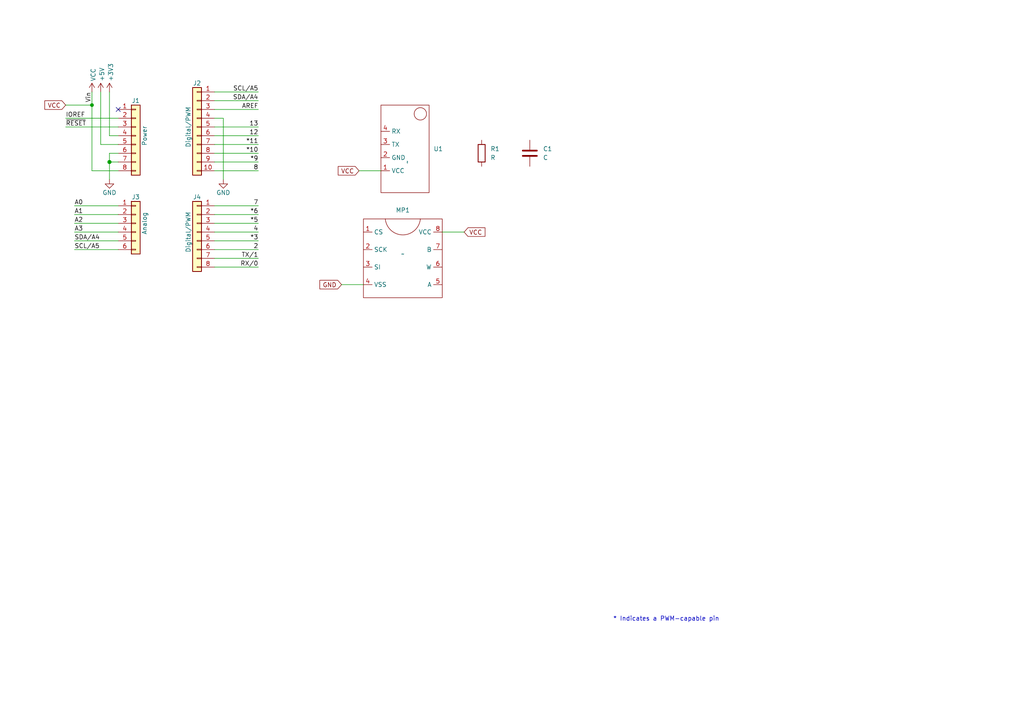
<source format=kicad_sch>
(kicad_sch (version 20230121) (generator eeschema)

  (uuid e63e39d7-6ac0-4ffd-8aa3-1841a4541b55)

  (paper "A4")

  (title_block
    (date "mar. 31 mars 2015")
  )

  (lib_symbols
    (symbol "Chulo:Bluetooth" (in_bom yes) (on_board yes)
      (property "Reference" "U" (at 3.81 -1.27 0)
        (effects (font (size 1.27 1.27)))
      )
      (property "Value" "" (at 0 0 0)
        (effects (font (size 1.27 1.27)))
      )
      (property "Footprint" "" (at 0 0 0)
        (effects (font (size 1.27 1.27)) hide)
      )
      (property "Datasheet" "" (at 0 0 0)
        (effects (font (size 1.27 1.27)) hide)
      )
      (symbol "Bluetooth_0_1"
        (rectangle (start -8.89 7.62) (end 16.51 -6.35)
          (stroke (width 0) (type default))
          (fill (type none))
        )
        (circle (center 13.97 -3.81) (radius 1.7961)
          (stroke (width 0) (type default))
          (fill (type none))
        )
      )
      (symbol "Bluetooth_1_1"
        (pin passive line (at -2.54 7.62 270) (length 2.54)
          (name "VCC" (effects (font (size 1.27 1.27))))
          (number "1" (effects (font (size 1.27 1.27))))
        )
        (pin passive line (at 1.27 7.62 270) (length 2.54)
          (name "GND" (effects (font (size 1.27 1.27))))
          (number "2" (effects (font (size 1.27 1.27))))
        )
        (pin passive line (at 5.08 7.62 270) (length 2.54)
          (name "TX" (effects (font (size 1.27 1.27))))
          (number "3" (effects (font (size 1.27 1.27))))
        )
        (pin passive line (at 8.89 7.62 270) (length 2.54)
          (name "RX" (effects (font (size 1.27 1.27))))
          (number "4" (effects (font (size 1.27 1.27))))
        )
      )
    )
    (symbol "Chulo:MPC41050" (in_bom yes) (on_board yes)
      (property "Reference" "MP" (at 0 0 0)
        (effects (font (size 1.27 1.27)))
      )
      (property "Value" "" (at 0 0 0)
        (effects (font (size 1.27 1.27)))
      )
      (property "Footprint" "" (at 0 0 0)
        (effects (font (size 1.27 1.27)) hide)
      )
      (property "Datasheet" "" (at 0 0 0)
        (effects (font (size 1.27 1.27)) hide)
      )
      (symbol "MPC41050_0_1"
        (rectangle (start -11.43 10.16) (end 11.43 -12.7)
          (stroke (width 0) (type default))
          (fill (type none))
        )
        (arc (start -5.08 10.16) (mid 0 5.5332) (end 5.08 10.16)
          (stroke (width 0) (type default))
          (fill (type none))
        )
      )
      (symbol "MPC41050_1_1"
        (pin passive line (at -11.43 6.35 0) (length 2.54)
          (name "CS" (effects (font (size 1.27 1.27))))
          (number "1" (effects (font (size 1.27 1.27))))
        )
        (pin passive line (at -11.43 1.27 0) (length 2.54)
          (name "SCK" (effects (font (size 1.27 1.27))))
          (number "2" (effects (font (size 1.27 1.27))))
        )
        (pin passive line (at -11.43 -3.81 0) (length 2.54)
          (name "SI" (effects (font (size 1.27 1.27))))
          (number "3" (effects (font (size 1.27 1.27))))
        )
        (pin passive line (at -11.43 -8.89 0) (length 2.54)
          (name "VSS" (effects (font (size 1.27 1.27))))
          (number "4" (effects (font (size 1.27 1.27))))
        )
        (pin passive line (at 11.43 -8.89 180) (length 2.54)
          (name "A" (effects (font (size 1.27 1.27))))
          (number "5" (effects (font (size 1.27 1.27))))
        )
        (pin passive line (at 11.43 -3.81 180) (length 2.54)
          (name "W" (effects (font (size 1.27 1.27))))
          (number "6" (effects (font (size 1.27 1.27))))
        )
        (pin passive line (at 11.43 1.27 180) (length 2.54)
          (name "B" (effects (font (size 1.27 1.27))))
          (number "7" (effects (font (size 1.27 1.27))))
        )
        (pin passive line (at 11.43 6.35 180) (length 2.54)
          (name "VCC" (effects (font (size 1.27 1.27))))
          (number "8" (effects (font (size 1.27 1.27))))
        )
      )
    )
    (symbol "Connector_Generic:Conn_01x06" (pin_names (offset 1.016) hide) (in_bom yes) (on_board yes)
      (property "Reference" "J" (at 0 7.62 0)
        (effects (font (size 1.27 1.27)))
      )
      (property "Value" "Conn_01x06" (at 0 -10.16 0)
        (effects (font (size 1.27 1.27)))
      )
      (property "Footprint" "" (at 0 0 0)
        (effects (font (size 1.27 1.27)) hide)
      )
      (property "Datasheet" "~" (at 0 0 0)
        (effects (font (size 1.27 1.27)) hide)
      )
      (property "ki_keywords" "connector" (at 0 0 0)
        (effects (font (size 1.27 1.27)) hide)
      )
      (property "ki_description" "Generic connector, single row, 01x06, script generated (kicad-library-utils/schlib/autogen/connector/)" (at 0 0 0)
        (effects (font (size 1.27 1.27)) hide)
      )
      (property "ki_fp_filters" "Connector*:*_1x??_*" (at 0 0 0)
        (effects (font (size 1.27 1.27)) hide)
      )
      (symbol "Conn_01x06_1_1"
        (rectangle (start -1.27 -7.493) (end 0 -7.747)
          (stroke (width 0.1524) (type default))
          (fill (type none))
        )
        (rectangle (start -1.27 -4.953) (end 0 -5.207)
          (stroke (width 0.1524) (type default))
          (fill (type none))
        )
        (rectangle (start -1.27 -2.413) (end 0 -2.667)
          (stroke (width 0.1524) (type default))
          (fill (type none))
        )
        (rectangle (start -1.27 0.127) (end 0 -0.127)
          (stroke (width 0.1524) (type default))
          (fill (type none))
        )
        (rectangle (start -1.27 2.667) (end 0 2.413)
          (stroke (width 0.1524) (type default))
          (fill (type none))
        )
        (rectangle (start -1.27 5.207) (end 0 4.953)
          (stroke (width 0.1524) (type default))
          (fill (type none))
        )
        (rectangle (start -1.27 6.35) (end 1.27 -8.89)
          (stroke (width 0.254) (type default))
          (fill (type background))
        )
        (pin passive line (at -5.08 5.08 0) (length 3.81)
          (name "Pin_1" (effects (font (size 1.27 1.27))))
          (number "1" (effects (font (size 1.27 1.27))))
        )
        (pin passive line (at -5.08 2.54 0) (length 3.81)
          (name "Pin_2" (effects (font (size 1.27 1.27))))
          (number "2" (effects (font (size 1.27 1.27))))
        )
        (pin passive line (at -5.08 0 0) (length 3.81)
          (name "Pin_3" (effects (font (size 1.27 1.27))))
          (number "3" (effects (font (size 1.27 1.27))))
        )
        (pin passive line (at -5.08 -2.54 0) (length 3.81)
          (name "Pin_4" (effects (font (size 1.27 1.27))))
          (number "4" (effects (font (size 1.27 1.27))))
        )
        (pin passive line (at -5.08 -5.08 0) (length 3.81)
          (name "Pin_5" (effects (font (size 1.27 1.27))))
          (number "5" (effects (font (size 1.27 1.27))))
        )
        (pin passive line (at -5.08 -7.62 0) (length 3.81)
          (name "Pin_6" (effects (font (size 1.27 1.27))))
          (number "6" (effects (font (size 1.27 1.27))))
        )
      )
    )
    (symbol "Connector_Generic:Conn_01x08" (pin_names (offset 1.016) hide) (in_bom yes) (on_board yes)
      (property "Reference" "J" (at 0 10.16 0)
        (effects (font (size 1.27 1.27)))
      )
      (property "Value" "Conn_01x08" (at 0 -12.7 0)
        (effects (font (size 1.27 1.27)))
      )
      (property "Footprint" "" (at 0 0 0)
        (effects (font (size 1.27 1.27)) hide)
      )
      (property "Datasheet" "~" (at 0 0 0)
        (effects (font (size 1.27 1.27)) hide)
      )
      (property "ki_keywords" "connector" (at 0 0 0)
        (effects (font (size 1.27 1.27)) hide)
      )
      (property "ki_description" "Generic connector, single row, 01x08, script generated (kicad-library-utils/schlib/autogen/connector/)" (at 0 0 0)
        (effects (font (size 1.27 1.27)) hide)
      )
      (property "ki_fp_filters" "Connector*:*_1x??_*" (at 0 0 0)
        (effects (font (size 1.27 1.27)) hide)
      )
      (symbol "Conn_01x08_1_1"
        (rectangle (start -1.27 -10.033) (end 0 -10.287)
          (stroke (width 0.1524) (type default))
          (fill (type none))
        )
        (rectangle (start -1.27 -7.493) (end 0 -7.747)
          (stroke (width 0.1524) (type default))
          (fill (type none))
        )
        (rectangle (start -1.27 -4.953) (end 0 -5.207)
          (stroke (width 0.1524) (type default))
          (fill (type none))
        )
        (rectangle (start -1.27 -2.413) (end 0 -2.667)
          (stroke (width 0.1524) (type default))
          (fill (type none))
        )
        (rectangle (start -1.27 0.127) (end 0 -0.127)
          (stroke (width 0.1524) (type default))
          (fill (type none))
        )
        (rectangle (start -1.27 2.667) (end 0 2.413)
          (stroke (width 0.1524) (type default))
          (fill (type none))
        )
        (rectangle (start -1.27 5.207) (end 0 4.953)
          (stroke (width 0.1524) (type default))
          (fill (type none))
        )
        (rectangle (start -1.27 7.747) (end 0 7.493)
          (stroke (width 0.1524) (type default))
          (fill (type none))
        )
        (rectangle (start -1.27 8.89) (end 1.27 -11.43)
          (stroke (width 0.254) (type default))
          (fill (type background))
        )
        (pin passive line (at -5.08 7.62 0) (length 3.81)
          (name "Pin_1" (effects (font (size 1.27 1.27))))
          (number "1" (effects (font (size 1.27 1.27))))
        )
        (pin passive line (at -5.08 5.08 0) (length 3.81)
          (name "Pin_2" (effects (font (size 1.27 1.27))))
          (number "2" (effects (font (size 1.27 1.27))))
        )
        (pin passive line (at -5.08 2.54 0) (length 3.81)
          (name "Pin_3" (effects (font (size 1.27 1.27))))
          (number "3" (effects (font (size 1.27 1.27))))
        )
        (pin passive line (at -5.08 0 0) (length 3.81)
          (name "Pin_4" (effects (font (size 1.27 1.27))))
          (number "4" (effects (font (size 1.27 1.27))))
        )
        (pin passive line (at -5.08 -2.54 0) (length 3.81)
          (name "Pin_5" (effects (font (size 1.27 1.27))))
          (number "5" (effects (font (size 1.27 1.27))))
        )
        (pin passive line (at -5.08 -5.08 0) (length 3.81)
          (name "Pin_6" (effects (font (size 1.27 1.27))))
          (number "6" (effects (font (size 1.27 1.27))))
        )
        (pin passive line (at -5.08 -7.62 0) (length 3.81)
          (name "Pin_7" (effects (font (size 1.27 1.27))))
          (number "7" (effects (font (size 1.27 1.27))))
        )
        (pin passive line (at -5.08 -10.16 0) (length 3.81)
          (name "Pin_8" (effects (font (size 1.27 1.27))))
          (number "8" (effects (font (size 1.27 1.27))))
        )
      )
    )
    (symbol "Connector_Generic:Conn_01x10" (pin_names (offset 1.016) hide) (in_bom yes) (on_board yes)
      (property "Reference" "J" (at 0 12.7 0)
        (effects (font (size 1.27 1.27)))
      )
      (property "Value" "Conn_01x10" (at 0 -15.24 0)
        (effects (font (size 1.27 1.27)))
      )
      (property "Footprint" "" (at 0 0 0)
        (effects (font (size 1.27 1.27)) hide)
      )
      (property "Datasheet" "~" (at 0 0 0)
        (effects (font (size 1.27 1.27)) hide)
      )
      (property "ki_keywords" "connector" (at 0 0 0)
        (effects (font (size 1.27 1.27)) hide)
      )
      (property "ki_description" "Generic connector, single row, 01x10, script generated (kicad-library-utils/schlib/autogen/connector/)" (at 0 0 0)
        (effects (font (size 1.27 1.27)) hide)
      )
      (property "ki_fp_filters" "Connector*:*_1x??_*" (at 0 0 0)
        (effects (font (size 1.27 1.27)) hide)
      )
      (symbol "Conn_01x10_1_1"
        (rectangle (start -1.27 -12.573) (end 0 -12.827)
          (stroke (width 0.1524) (type default))
          (fill (type none))
        )
        (rectangle (start -1.27 -10.033) (end 0 -10.287)
          (stroke (width 0.1524) (type default))
          (fill (type none))
        )
        (rectangle (start -1.27 -7.493) (end 0 -7.747)
          (stroke (width 0.1524) (type default))
          (fill (type none))
        )
        (rectangle (start -1.27 -4.953) (end 0 -5.207)
          (stroke (width 0.1524) (type default))
          (fill (type none))
        )
        (rectangle (start -1.27 -2.413) (end 0 -2.667)
          (stroke (width 0.1524) (type default))
          (fill (type none))
        )
        (rectangle (start -1.27 0.127) (end 0 -0.127)
          (stroke (width 0.1524) (type default))
          (fill (type none))
        )
        (rectangle (start -1.27 2.667) (end 0 2.413)
          (stroke (width 0.1524) (type default))
          (fill (type none))
        )
        (rectangle (start -1.27 5.207) (end 0 4.953)
          (stroke (width 0.1524) (type default))
          (fill (type none))
        )
        (rectangle (start -1.27 7.747) (end 0 7.493)
          (stroke (width 0.1524) (type default))
          (fill (type none))
        )
        (rectangle (start -1.27 10.287) (end 0 10.033)
          (stroke (width 0.1524) (type default))
          (fill (type none))
        )
        (rectangle (start -1.27 11.43) (end 1.27 -13.97)
          (stroke (width 0.254) (type default))
          (fill (type background))
        )
        (pin passive line (at -5.08 10.16 0) (length 3.81)
          (name "Pin_1" (effects (font (size 1.27 1.27))))
          (number "1" (effects (font (size 1.27 1.27))))
        )
        (pin passive line (at -5.08 -12.7 0) (length 3.81)
          (name "Pin_10" (effects (font (size 1.27 1.27))))
          (number "10" (effects (font (size 1.27 1.27))))
        )
        (pin passive line (at -5.08 7.62 0) (length 3.81)
          (name "Pin_2" (effects (font (size 1.27 1.27))))
          (number "2" (effects (font (size 1.27 1.27))))
        )
        (pin passive line (at -5.08 5.08 0) (length 3.81)
          (name "Pin_3" (effects (font (size 1.27 1.27))))
          (number "3" (effects (font (size 1.27 1.27))))
        )
        (pin passive line (at -5.08 2.54 0) (length 3.81)
          (name "Pin_4" (effects (font (size 1.27 1.27))))
          (number "4" (effects (font (size 1.27 1.27))))
        )
        (pin passive line (at -5.08 0 0) (length 3.81)
          (name "Pin_5" (effects (font (size 1.27 1.27))))
          (number "5" (effects (font (size 1.27 1.27))))
        )
        (pin passive line (at -5.08 -2.54 0) (length 3.81)
          (name "Pin_6" (effects (font (size 1.27 1.27))))
          (number "6" (effects (font (size 1.27 1.27))))
        )
        (pin passive line (at -5.08 -5.08 0) (length 3.81)
          (name "Pin_7" (effects (font (size 1.27 1.27))))
          (number "7" (effects (font (size 1.27 1.27))))
        )
        (pin passive line (at -5.08 -7.62 0) (length 3.81)
          (name "Pin_8" (effects (font (size 1.27 1.27))))
          (number "8" (effects (font (size 1.27 1.27))))
        )
        (pin passive line (at -5.08 -10.16 0) (length 3.81)
          (name "Pin_9" (effects (font (size 1.27 1.27))))
          (number "9" (effects (font (size 1.27 1.27))))
        )
      )
    )
    (symbol "Device:C" (pin_numbers hide) (pin_names (offset 0.254)) (in_bom yes) (on_board yes)
      (property "Reference" "C" (at 0.635 2.54 0)
        (effects (font (size 1.27 1.27)) (justify left))
      )
      (property "Value" "C" (at 0.635 -2.54 0)
        (effects (font (size 1.27 1.27)) (justify left))
      )
      (property "Footprint" "" (at 0.9652 -3.81 0)
        (effects (font (size 1.27 1.27)) hide)
      )
      (property "Datasheet" "~" (at 0 0 0)
        (effects (font (size 1.27 1.27)) hide)
      )
      (property "ki_keywords" "cap capacitor" (at 0 0 0)
        (effects (font (size 1.27 1.27)) hide)
      )
      (property "ki_description" "Unpolarized capacitor" (at 0 0 0)
        (effects (font (size 1.27 1.27)) hide)
      )
      (property "ki_fp_filters" "C_*" (at 0 0 0)
        (effects (font (size 1.27 1.27)) hide)
      )
      (symbol "C_0_1"
        (polyline
          (pts
            (xy -2.032 -0.762)
            (xy 2.032 -0.762)
          )
          (stroke (width 0.508) (type default))
          (fill (type none))
        )
        (polyline
          (pts
            (xy -2.032 0.762)
            (xy 2.032 0.762)
          )
          (stroke (width 0.508) (type default))
          (fill (type none))
        )
      )
      (symbol "C_1_1"
        (pin passive line (at 0 3.81 270) (length 2.794)
          (name "~" (effects (font (size 1.27 1.27))))
          (number "1" (effects (font (size 1.27 1.27))))
        )
        (pin passive line (at 0 -3.81 90) (length 2.794)
          (name "~" (effects (font (size 1.27 1.27))))
          (number "2" (effects (font (size 1.27 1.27))))
        )
      )
    )
    (symbol "Device:R" (pin_numbers hide) (pin_names (offset 0)) (in_bom yes) (on_board yes)
      (property "Reference" "R" (at 2.032 0 90)
        (effects (font (size 1.27 1.27)))
      )
      (property "Value" "R" (at 0 0 90)
        (effects (font (size 1.27 1.27)))
      )
      (property "Footprint" "" (at -1.778 0 90)
        (effects (font (size 1.27 1.27)) hide)
      )
      (property "Datasheet" "~" (at 0 0 0)
        (effects (font (size 1.27 1.27)) hide)
      )
      (property "ki_keywords" "R res resistor" (at 0 0 0)
        (effects (font (size 1.27 1.27)) hide)
      )
      (property "ki_description" "Resistor" (at 0 0 0)
        (effects (font (size 1.27 1.27)) hide)
      )
      (property "ki_fp_filters" "R_*" (at 0 0 0)
        (effects (font (size 1.27 1.27)) hide)
      )
      (symbol "R_0_1"
        (rectangle (start -1.016 -2.54) (end 1.016 2.54)
          (stroke (width 0.254) (type default))
          (fill (type none))
        )
      )
      (symbol "R_1_1"
        (pin passive line (at 0 3.81 270) (length 1.27)
          (name "~" (effects (font (size 1.27 1.27))))
          (number "1" (effects (font (size 1.27 1.27))))
        )
        (pin passive line (at 0 -3.81 90) (length 1.27)
          (name "~" (effects (font (size 1.27 1.27))))
          (number "2" (effects (font (size 1.27 1.27))))
        )
      )
    )
    (symbol "power:+3V3" (power) (pin_names (offset 0)) (in_bom yes) (on_board yes)
      (property "Reference" "#PWR" (at 0 -3.81 0)
        (effects (font (size 1.27 1.27)) hide)
      )
      (property "Value" "+3V3" (at 0 3.556 0)
        (effects (font (size 1.27 1.27)))
      )
      (property "Footprint" "" (at 0 0 0)
        (effects (font (size 1.27 1.27)) hide)
      )
      (property "Datasheet" "" (at 0 0 0)
        (effects (font (size 1.27 1.27)) hide)
      )
      (property "ki_keywords" "power-flag" (at 0 0 0)
        (effects (font (size 1.27 1.27)) hide)
      )
      (property "ki_description" "Power symbol creates a global label with name \"+3V3\"" (at 0 0 0)
        (effects (font (size 1.27 1.27)) hide)
      )
      (symbol "+3V3_0_1"
        (polyline
          (pts
            (xy -0.762 1.27)
            (xy 0 2.54)
          )
          (stroke (width 0) (type default))
          (fill (type none))
        )
        (polyline
          (pts
            (xy 0 0)
            (xy 0 2.54)
          )
          (stroke (width 0) (type default))
          (fill (type none))
        )
        (polyline
          (pts
            (xy 0 2.54)
            (xy 0.762 1.27)
          )
          (stroke (width 0) (type default))
          (fill (type none))
        )
      )
      (symbol "+3V3_1_1"
        (pin power_in line (at 0 0 90) (length 0) hide
          (name "+3V3" (effects (font (size 1.27 1.27))))
          (number "1" (effects (font (size 1.27 1.27))))
        )
      )
    )
    (symbol "power:+5V" (power) (pin_names (offset 0)) (in_bom yes) (on_board yes)
      (property "Reference" "#PWR" (at 0 -3.81 0)
        (effects (font (size 1.27 1.27)) hide)
      )
      (property "Value" "+5V" (at 0 3.556 0)
        (effects (font (size 1.27 1.27)))
      )
      (property "Footprint" "" (at 0 0 0)
        (effects (font (size 1.27 1.27)) hide)
      )
      (property "Datasheet" "" (at 0 0 0)
        (effects (font (size 1.27 1.27)) hide)
      )
      (property "ki_keywords" "power-flag" (at 0 0 0)
        (effects (font (size 1.27 1.27)) hide)
      )
      (property "ki_description" "Power symbol creates a global label with name \"+5V\"" (at 0 0 0)
        (effects (font (size 1.27 1.27)) hide)
      )
      (symbol "+5V_0_1"
        (polyline
          (pts
            (xy -0.762 1.27)
            (xy 0 2.54)
          )
          (stroke (width 0) (type default))
          (fill (type none))
        )
        (polyline
          (pts
            (xy 0 0)
            (xy 0 2.54)
          )
          (stroke (width 0) (type default))
          (fill (type none))
        )
        (polyline
          (pts
            (xy 0 2.54)
            (xy 0.762 1.27)
          )
          (stroke (width 0) (type default))
          (fill (type none))
        )
      )
      (symbol "+5V_1_1"
        (pin power_in line (at 0 0 90) (length 0) hide
          (name "+5V" (effects (font (size 1.27 1.27))))
          (number "1" (effects (font (size 1.27 1.27))))
        )
      )
    )
    (symbol "power:GND" (power) (pin_names (offset 0)) (in_bom yes) (on_board yes)
      (property "Reference" "#PWR" (at 0 -6.35 0)
        (effects (font (size 1.27 1.27)) hide)
      )
      (property "Value" "GND" (at 0 -3.81 0)
        (effects (font (size 1.27 1.27)))
      )
      (property "Footprint" "" (at 0 0 0)
        (effects (font (size 1.27 1.27)) hide)
      )
      (property "Datasheet" "" (at 0 0 0)
        (effects (font (size 1.27 1.27)) hide)
      )
      (property "ki_keywords" "power-flag" (at 0 0 0)
        (effects (font (size 1.27 1.27)) hide)
      )
      (property "ki_description" "Power symbol creates a global label with name \"GND\" , ground" (at 0 0 0)
        (effects (font (size 1.27 1.27)) hide)
      )
      (symbol "GND_0_1"
        (polyline
          (pts
            (xy 0 0)
            (xy 0 -1.27)
            (xy 1.27 -1.27)
            (xy 0 -2.54)
            (xy -1.27 -1.27)
            (xy 0 -1.27)
          )
          (stroke (width 0) (type default))
          (fill (type none))
        )
      )
      (symbol "GND_1_1"
        (pin power_in line (at 0 0 270) (length 0) hide
          (name "GND" (effects (font (size 1.27 1.27))))
          (number "1" (effects (font (size 1.27 1.27))))
        )
      )
    )
    (symbol "power:VCC" (power) (pin_names (offset 0)) (in_bom yes) (on_board yes)
      (property "Reference" "#PWR" (at 0 -3.81 0)
        (effects (font (size 1.27 1.27)) hide)
      )
      (property "Value" "VCC" (at 0 3.81 0)
        (effects (font (size 1.27 1.27)))
      )
      (property "Footprint" "" (at 0 0 0)
        (effects (font (size 1.27 1.27)) hide)
      )
      (property "Datasheet" "" (at 0 0 0)
        (effects (font (size 1.27 1.27)) hide)
      )
      (property "ki_keywords" "power-flag" (at 0 0 0)
        (effects (font (size 1.27 1.27)) hide)
      )
      (property "ki_description" "Power symbol creates a global label with name \"VCC\"" (at 0 0 0)
        (effects (font (size 1.27 1.27)) hide)
      )
      (symbol "VCC_0_1"
        (polyline
          (pts
            (xy -0.762 1.27)
            (xy 0 2.54)
          )
          (stroke (width 0) (type default))
          (fill (type none))
        )
        (polyline
          (pts
            (xy 0 0)
            (xy 0 2.54)
          )
          (stroke (width 0) (type default))
          (fill (type none))
        )
        (polyline
          (pts
            (xy 0 2.54)
            (xy 0.762 1.27)
          )
          (stroke (width 0) (type default))
          (fill (type none))
        )
      )
      (symbol "VCC_1_1"
        (pin power_in line (at 0 0 90) (length 0) hide
          (name "VCC" (effects (font (size 1.27 1.27))))
          (number "1" (effects (font (size 1.27 1.27))))
        )
      )
    )
  )

  (junction (at 31.75 46.99) (diameter 1.016) (color 0 0 0 0)
    (uuid 3dcc657b-55a1-48e0-9667-e01e7b6b08b5)
  )
  (junction (at 26.67 30.48) (diameter 0) (color 0 0 0 0)
    (uuid 5f7c2898-77b2-4fde-b804-688c16d7f444)
  )

  (no_connect (at 34.29 31.75) (uuid d181157c-7812-47e5-a0cf-9580c905fc86))

  (wire (pts (xy 62.23 77.47) (xy 74.93 77.47))
    (stroke (width 0) (type solid))
    (uuid 010ba307-2067-49d3-b0fa-6414143f3fc2)
  )
  (wire (pts (xy 104.14 49.53) (xy 110.49 49.53))
    (stroke (width 0) (type default))
    (uuid 073e9104-1ba5-400d-9bdc-0fd3edbee906)
  )
  (wire (pts (xy 62.23 44.45) (xy 74.93 44.45))
    (stroke (width 0) (type solid))
    (uuid 09480ba4-37da-45e3-b9fe-6beebf876349)
  )
  (wire (pts (xy 62.23 26.67) (xy 74.93 26.67))
    (stroke (width 0) (type solid))
    (uuid 0f5d2189-4ead-42fa-8f7a-cfa3af4de132)
  )
  (wire (pts (xy 31.75 44.45) (xy 31.75 46.99))
    (stroke (width 0) (type solid))
    (uuid 1c31b835-925f-4a5c-92df-8f2558bb711b)
  )
  (wire (pts (xy 21.59 72.39) (xy 34.29 72.39))
    (stroke (width 0) (type solid))
    (uuid 20854542-d0b0-4be7-af02-0e5fceb34e01)
  )
  (wire (pts (xy 31.75 46.99) (xy 31.75 52.07))
    (stroke (width 0) (type solid))
    (uuid 2df788b2-ce68-49bc-a497-4b6570a17f30)
  )
  (wire (pts (xy 31.75 39.37) (xy 34.29 39.37))
    (stroke (width 0) (type solid))
    (uuid 3334b11d-5a13-40b4-a117-d693c543e4ab)
  )
  (wire (pts (xy 29.21 41.91) (xy 34.29 41.91))
    (stroke (width 0) (type solid))
    (uuid 3661f80c-fef8-4441-83be-df8930b3b45e)
  )
  (wire (pts (xy 128.27 67.31) (xy 134.62 67.31))
    (stroke (width 0) (type default))
    (uuid 36ec12b9-3057-4e24-a956-67a08ad3d403)
  )
  (wire (pts (xy 29.21 26.67) (xy 29.21 41.91))
    (stroke (width 0) (type solid))
    (uuid 392bf1f6-bf67-427d-8d4c-0a87cb757556)
  )
  (wire (pts (xy 99.06 82.55) (xy 105.41 82.55))
    (stroke (width 0) (type default))
    (uuid 399d0f7c-a4b3-4a4d-8b74-2c20e2f2341e)
  )
  (wire (pts (xy 62.23 36.83) (xy 74.93 36.83))
    (stroke (width 0) (type solid))
    (uuid 4227fa6f-c399-4f14-8228-23e39d2b7e7d)
  )
  (wire (pts (xy 31.75 26.67) (xy 31.75 39.37))
    (stroke (width 0) (type solid))
    (uuid 442fb4de-4d55-45de-bc27-3e6222ceb890)
  )
  (wire (pts (xy 62.23 59.69) (xy 74.93 59.69))
    (stroke (width 0) (type solid))
    (uuid 4455ee2e-5642-42c1-a83b-f7e65fa0c2f1)
  )
  (wire (pts (xy 34.29 59.69) (xy 21.59 59.69))
    (stroke (width 0) (type solid))
    (uuid 486ca832-85f4-4989-b0f4-569faf9be534)
  )
  (wire (pts (xy 62.23 39.37) (xy 74.93 39.37))
    (stroke (width 0) (type solid))
    (uuid 4a910b57-a5cd-4105-ab4f-bde2a80d4f00)
  )
  (wire (pts (xy 62.23 62.23) (xy 74.93 62.23))
    (stroke (width 0) (type solid))
    (uuid 4e60e1af-19bd-45a0-b418-b7030b594dde)
  )
  (wire (pts (xy 62.23 46.99) (xy 74.93 46.99))
    (stroke (width 0) (type solid))
    (uuid 63f2b71b-521b-4210-bf06-ed65e330fccc)
  )
  (wire (pts (xy 62.23 67.31) (xy 74.93 67.31))
    (stroke (width 0) (type solid))
    (uuid 6bb3ea5f-9e60-4add-9d97-244be2cf61d2)
  )
  (wire (pts (xy 19.05 34.29) (xy 34.29 34.29))
    (stroke (width 0) (type solid))
    (uuid 73d4774c-1387-4550-b580-a1cc0ac89b89)
  )
  (wire (pts (xy 19.05 30.48) (xy 26.67 30.48))
    (stroke (width 0) (type default))
    (uuid 81efaa17-88e7-4cf0-80ae-236d839847ba)
  )
  (wire (pts (xy 64.77 34.29) (xy 64.77 52.07))
    (stroke (width 0) (type solid))
    (uuid 84ce350c-b0c1-4e69-9ab2-f7ec7b8bb312)
  )
  (wire (pts (xy 62.23 31.75) (xy 74.93 31.75))
    (stroke (width 0) (type solid))
    (uuid 8a3d35a2-f0f6-4dec-a606-7c8e288ca828)
  )
  (wire (pts (xy 34.29 64.77) (xy 21.59 64.77))
    (stroke (width 0) (type solid))
    (uuid 9377eb1a-3b12-438c-8ebd-f86ace1e8d25)
  )
  (wire (pts (xy 19.05 36.83) (xy 34.29 36.83))
    (stroke (width 0) (type solid))
    (uuid 93e52853-9d1e-4afe-aee8-b825ab9f5d09)
  )
  (wire (pts (xy 34.29 46.99) (xy 31.75 46.99))
    (stroke (width 0) (type solid))
    (uuid 97df9ac9-dbb8-472e-b84f-3684d0eb5efc)
  )
  (wire (pts (xy 26.67 30.48) (xy 26.67 26.67))
    (stroke (width 0) (type solid))
    (uuid 9de62c47-b666-4122-8223-f7ea0a4da152)
  )
  (wire (pts (xy 34.29 49.53) (xy 26.67 49.53))
    (stroke (width 0) (type solid))
    (uuid a7518f9d-05df-4211-ba17-5d615f04ec46)
  )
  (wire (pts (xy 21.59 62.23) (xy 34.29 62.23))
    (stroke (width 0) (type solid))
    (uuid aab97e46-23d6-4cbf-8684-537b94306d68)
  )
  (wire (pts (xy 62.23 34.29) (xy 64.77 34.29))
    (stroke (width 0) (type solid))
    (uuid bcbc7302-8a54-4b9b-98b9-f277f1b20941)
  )
  (wire (pts (xy 34.29 44.45) (xy 31.75 44.45))
    (stroke (width 0) (type solid))
    (uuid c12796ad-cf20-466f-9ab3-9cf441392c32)
  )
  (wire (pts (xy 62.23 41.91) (xy 74.93 41.91))
    (stroke (width 0) (type solid))
    (uuid c722a1ff-12f1-49e5-88a4-44ffeb509ca2)
  )
  (wire (pts (xy 62.23 64.77) (xy 74.93 64.77))
    (stroke (width 0) (type solid))
    (uuid cfe99980-2d98-4372-b495-04c53027340b)
  )
  (wire (pts (xy 21.59 67.31) (xy 34.29 67.31))
    (stroke (width 0) (type solid))
    (uuid d3042136-2605-44b2-aebb-5484a9c90933)
  )
  (wire (pts (xy 62.23 29.21) (xy 74.93 29.21))
    (stroke (width 0) (type solid))
    (uuid e7278977-132b-4777-9eb4-7d93363a4379)
  )
  (wire (pts (xy 62.23 72.39) (xy 74.93 72.39))
    (stroke (width 0) (type solid))
    (uuid e9bdd59b-3252-4c44-a357-6fa1af0c210c)
  )
  (wire (pts (xy 62.23 69.85) (xy 74.93 69.85))
    (stroke (width 0) (type solid))
    (uuid ec76dcc9-9949-4dda-bd76-046204829cb4)
  )
  (wire (pts (xy 62.23 74.93) (xy 74.93 74.93))
    (stroke (width 0) (type solid))
    (uuid f853d1d4-c722-44df-98bf-4a6114204628)
  )
  (wire (pts (xy 26.67 49.53) (xy 26.67 30.48))
    (stroke (width 0) (type solid))
    (uuid f8de70cd-e47d-4e80-8f3a-077e9df93aa8)
  )
  (wire (pts (xy 34.29 69.85) (xy 21.59 69.85))
    (stroke (width 0) (type solid))
    (uuid fc39c32d-65b8-4d16-9db5-de89c54a1206)
  )
  (wire (pts (xy 62.23 49.53) (xy 74.93 49.53))
    (stroke (width 0) (type solid))
    (uuid fe837306-92d0-4847-ad21-76c47ae932d1)
  )

  (text "* Indicates a PWM-capable pin" (at 177.8 180.34 0)
    (effects (font (size 1.27 1.27)) (justify left bottom))
    (uuid c364973a-9a67-4667-8185-a3a5c6c6cbdf)
  )

  (label "RX{slash}0" (at 74.93 77.47 180) (fields_autoplaced)
    (effects (font (size 1.27 1.27)) (justify right bottom))
    (uuid 01ea9310-cf66-436b-9b89-1a2f4237b59e)
  )
  (label "A2" (at 21.59 64.77 0) (fields_autoplaced)
    (effects (font (size 1.27 1.27)) (justify left bottom))
    (uuid 09251fd4-af37-4d86-8951-1faaac710ffa)
  )
  (label "4" (at 74.93 67.31 180) (fields_autoplaced)
    (effects (font (size 1.27 1.27)) (justify right bottom))
    (uuid 0d8cfe6d-11bf-42b9-9752-f9a5a76bce7e)
  )
  (label "2" (at 74.93 72.39 180) (fields_autoplaced)
    (effects (font (size 1.27 1.27)) (justify right bottom))
    (uuid 23f0c933-49f0-4410-a8db-8b017f48dadc)
  )
  (label "A3" (at 21.59 67.31 0) (fields_autoplaced)
    (effects (font (size 1.27 1.27)) (justify left bottom))
    (uuid 2c60ab74-0590-423b-8921-6f3212a358d2)
  )
  (label "13" (at 74.93 36.83 180) (fields_autoplaced)
    (effects (font (size 1.27 1.27)) (justify right bottom))
    (uuid 35bc5b35-b7b2-44d5-bbed-557f428649b2)
  )
  (label "12" (at 74.93 39.37 180) (fields_autoplaced)
    (effects (font (size 1.27 1.27)) (justify right bottom))
    (uuid 3ffaa3b1-1d78-4c7b-bdf9-f1a8019c92fd)
  )
  (label "~{RESET}" (at 19.05 36.83 0) (fields_autoplaced)
    (effects (font (size 1.27 1.27)) (justify left bottom))
    (uuid 49585dba-cfa7-4813-841e-9d900d43ecf4)
  )
  (label "*10" (at 74.93 44.45 180) (fields_autoplaced)
    (effects (font (size 1.27 1.27)) (justify right bottom))
    (uuid 54be04e4-fffa-4f7f-8a5f-d0de81314e8f)
  )
  (label "7" (at 74.93 59.69 180) (fields_autoplaced)
    (effects (font (size 1.27 1.27)) (justify right bottom))
    (uuid 873d2c88-519e-482f-a3ed-2484e5f9417e)
  )
  (label "SDA{slash}A4" (at 74.93 29.21 180) (fields_autoplaced)
    (effects (font (size 1.27 1.27)) (justify right bottom))
    (uuid 8885a9dc-224d-44c5-8601-05c1d9983e09)
  )
  (label "8" (at 74.93 49.53 180) (fields_autoplaced)
    (effects (font (size 1.27 1.27)) (justify right bottom))
    (uuid 89b0e564-e7aa-4224-80c9-3f0614fede8f)
  )
  (label "*11" (at 74.93 41.91 180) (fields_autoplaced)
    (effects (font (size 1.27 1.27)) (justify right bottom))
    (uuid 9ad5a781-2469-4c8f-8abf-a1c3586f7cb7)
  )
  (label "*3" (at 74.93 69.85 180) (fields_autoplaced)
    (effects (font (size 1.27 1.27)) (justify right bottom))
    (uuid 9cccf5f9-68a4-4e61-b418-6185dd6a5f9a)
  )
  (label "A1" (at 21.59 62.23 0) (fields_autoplaced)
    (effects (font (size 1.27 1.27)) (justify left bottom))
    (uuid acc9991b-1bdd-4544-9a08-4037937485cb)
  )
  (label "TX{slash}1" (at 74.93 74.93 180) (fields_autoplaced)
    (effects (font (size 1.27 1.27)) (justify right bottom))
    (uuid ae2c9582-b445-44bd-b371-7fc74f6cf852)
  )
  (label "A0" (at 21.59 59.69 0) (fields_autoplaced)
    (effects (font (size 1.27 1.27)) (justify left bottom))
    (uuid ba02dc27-26a3-4648-b0aa-06b6dcaf001f)
  )
  (label "AREF" (at 74.93 31.75 180) (fields_autoplaced)
    (effects (font (size 1.27 1.27)) (justify right bottom))
    (uuid bbf52cf8-6d97-4499-a9ee-3657cebcdabf)
  )
  (label "Vin" (at 26.67 26.67 270) (fields_autoplaced)
    (effects (font (size 1.27 1.27)) (justify right bottom))
    (uuid c348793d-eec0-4f33-9b91-2cae8b4224a4)
  )
  (label "*6" (at 74.93 62.23 180) (fields_autoplaced)
    (effects (font (size 1.27 1.27)) (justify right bottom))
    (uuid c775d4e8-c37b-4e73-90c1-1c8d36333aac)
  )
  (label "SCL{slash}A5" (at 74.93 26.67 180) (fields_autoplaced)
    (effects (font (size 1.27 1.27)) (justify right bottom))
    (uuid cba886fc-172a-42fe-8e4c-daace6eaef8e)
  )
  (label "*9" (at 74.93 46.99 180) (fields_autoplaced)
    (effects (font (size 1.27 1.27)) (justify right bottom))
    (uuid ccb58899-a82d-403c-b30b-ee351d622e9c)
  )
  (label "*5" (at 74.93 64.77 180) (fields_autoplaced)
    (effects (font (size 1.27 1.27)) (justify right bottom))
    (uuid d9a65242-9c26-45cd-9a55-3e69f0d77784)
  )
  (label "IOREF" (at 19.05 34.29 0) (fields_autoplaced)
    (effects (font (size 1.27 1.27)) (justify left bottom))
    (uuid de819ae4-b245-474b-a426-865ba877b8a2)
  )
  (label "SDA{slash}A4" (at 21.59 69.85 0) (fields_autoplaced)
    (effects (font (size 1.27 1.27)) (justify left bottom))
    (uuid e7ce99b8-ca22-4c56-9e55-39d32c709f3c)
  )
  (label "SCL{slash}A5" (at 21.59 72.39 0) (fields_autoplaced)
    (effects (font (size 1.27 1.27)) (justify left bottom))
    (uuid ea5aa60b-a25e-41a1-9e06-c7b6f957567f)
  )

  (global_label "VCC" (shape input) (at 19.05 30.48 180) (fields_autoplaced)
    (effects (font (size 1.27 1.27)) (justify right))
    (uuid 6a549a68-f9cd-4243-b8ae-4d34b9af2fc1)
    (property "Intersheetrefs" "${INTERSHEET_REFS}" (at 12.4205 30.48 0)
      (effects (font (size 1.27 1.27)) (justify right) hide)
    )
  )
  (global_label "GND" (shape input) (at 99.06 82.55 180) (fields_autoplaced)
    (effects (font (size 1.27 1.27)) (justify right))
    (uuid ae44dff0-fdf7-4fdd-a27e-337ccb7347ca)
    (property "Intersheetrefs" "${INTERSHEET_REFS}" (at 92.1886 82.55 0)
      (effects (font (size 1.27 1.27)) (justify right) hide)
    )
  )
  (global_label "VCC" (shape input) (at 104.14 49.53 180) (fields_autoplaced)
    (effects (font (size 1.27 1.27)) (justify right))
    (uuid df3000a2-2c18-438a-84b7-8f5ab158b691)
    (property "Intersheetrefs" "${INTERSHEET_REFS}" (at 97.5105 49.53 0)
      (effects (font (size 1.27 1.27)) (justify right) hide)
    )
  )
  (global_label "VCC" (shape input) (at 134.62 67.31 0) (fields_autoplaced)
    (effects (font (size 1.27 1.27)) (justify left))
    (uuid f14b5cc9-c195-40e4-862d-27808a083df8)
    (property "Intersheetrefs" "${INTERSHEET_REFS}" (at 141.2495 67.31 0)
      (effects (font (size 1.27 1.27)) (justify left) hide)
    )
  )

  (symbol (lib_id "Connector_Generic:Conn_01x08") (at 39.37 39.37 0) (unit 1)
    (in_bom yes) (on_board yes) (dnp no)
    (uuid 00000000-0000-0000-0000-000056d71773)
    (property "Reference" "J1" (at 39.37 29.21 0)
      (effects (font (size 1.27 1.27)))
    )
    (property "Value" "Power" (at 41.91 39.37 90)
      (effects (font (size 1.27 1.27)))
    )
    (property "Footprint" "Connector_PinSocket_2.54mm:PinSocket_1x08_P2.54mm_Vertical" (at 39.37 39.37 0)
      (effects (font (size 1.27 1.27)) hide)
    )
    (property "Datasheet" "" (at 39.37 39.37 0)
      (effects (font (size 1.27 1.27)))
    )
    (pin "1" (uuid d4c02b7e-3be7-4193-a989-fb40130f3319))
    (pin "2" (uuid 1d9f20f8-8d42-4e3d-aece-4c12cc80d0d3))
    (pin "3" (uuid 4801b550-c773-45a3-9bc6-15a3e9341f08))
    (pin "4" (uuid fbe5a73e-5be6-45ba-85f2-2891508cd936))
    (pin "5" (uuid 8f0d2977-6611-4bfc-9a74-1791861e9159))
    (pin "6" (uuid 270f30a7-c159-467b-ab5f-aee66a24a8c7))
    (pin "7" (uuid 760eb2a5-8bbd-4298-88f0-2b1528e020ff))
    (pin "8" (uuid 6a44a55c-6ae0-4d79-b4a1-52d3e48a7065))
    (instances
      (project "prjtcqpteur"
        (path "/e63e39d7-6ac0-4ffd-8aa3-1841a4541b55"
          (reference "J1") (unit 1)
        )
      )
    )
  )

  (symbol (lib_id "power:+3V3") (at 31.75 26.67 0) (unit 1)
    (in_bom yes) (on_board yes) (dnp no)
    (uuid 00000000-0000-0000-0000-000056d71aa9)
    (property "Reference" "#PWR03" (at 31.75 30.48 0)
      (effects (font (size 1.27 1.27)) hide)
    )
    (property "Value" "+3.3V" (at 32.131 23.622 90)
      (effects (font (size 1.27 1.27)) (justify left))
    )
    (property "Footprint" "" (at 31.75 26.67 0)
      (effects (font (size 1.27 1.27)))
    )
    (property "Datasheet" "" (at 31.75 26.67 0)
      (effects (font (size 1.27 1.27)))
    )
    (pin "1" (uuid 25f7f7e2-1fc6-41d8-a14b-2d2742e98c50))
    (instances
      (project "prjtcqpteur"
        (path "/e63e39d7-6ac0-4ffd-8aa3-1841a4541b55"
          (reference "#PWR03") (unit 1)
        )
      )
    )
  )

  (symbol (lib_id "power:+5V") (at 29.21 26.67 0) (unit 1)
    (in_bom yes) (on_board yes) (dnp no)
    (uuid 00000000-0000-0000-0000-000056d71d10)
    (property "Reference" "#PWR02" (at 29.21 30.48 0)
      (effects (font (size 1.27 1.27)) hide)
    )
    (property "Value" "+5V" (at 29.5656 23.622 90)
      (effects (font (size 1.27 1.27)) (justify left))
    )
    (property "Footprint" "" (at 29.21 26.67 0)
      (effects (font (size 1.27 1.27)))
    )
    (property "Datasheet" "" (at 29.21 26.67 0)
      (effects (font (size 1.27 1.27)))
    )
    (pin "1" (uuid fdd33dcf-399e-4ac6-99f5-9ccff615cf55))
    (instances
      (project "prjtcqpteur"
        (path "/e63e39d7-6ac0-4ffd-8aa3-1841a4541b55"
          (reference "#PWR02") (unit 1)
        )
      )
    )
  )

  (symbol (lib_id "power:GND") (at 31.75 52.07 0) (unit 1)
    (in_bom yes) (on_board yes) (dnp no)
    (uuid 00000000-0000-0000-0000-000056d721e6)
    (property "Reference" "#PWR04" (at 31.75 58.42 0)
      (effects (font (size 1.27 1.27)) hide)
    )
    (property "Value" "GND" (at 31.75 55.88 0)
      (effects (font (size 1.27 1.27)))
    )
    (property "Footprint" "" (at 31.75 52.07 0)
      (effects (font (size 1.27 1.27)))
    )
    (property "Datasheet" "" (at 31.75 52.07 0)
      (effects (font (size 1.27 1.27)))
    )
    (pin "1" (uuid 87fd47b6-2ebb-4b03-a4f0-be8b5717bf68))
    (instances
      (project "prjtcqpteur"
        (path "/e63e39d7-6ac0-4ffd-8aa3-1841a4541b55"
          (reference "#PWR04") (unit 1)
        )
      )
    )
  )

  (symbol (lib_id "Connector_Generic:Conn_01x10") (at 57.15 36.83 0) (mirror y) (unit 1)
    (in_bom yes) (on_board yes) (dnp no)
    (uuid 00000000-0000-0000-0000-000056d72368)
    (property "Reference" "J2" (at 57.15 24.13 0)
      (effects (font (size 1.27 1.27)))
    )
    (property "Value" "Digital/PWM" (at 54.61 36.83 90)
      (effects (font (size 1.27 1.27)))
    )
    (property "Footprint" "Connector_PinSocket_2.54mm:PinSocket_1x10_P2.54mm_Vertical" (at 57.15 36.83 0)
      (effects (font (size 1.27 1.27)) hide)
    )
    (property "Datasheet" "" (at 57.15 36.83 0)
      (effects (font (size 1.27 1.27)))
    )
    (pin "1" (uuid 479c0210-c5dd-4420-aa63-d8c5247cc255))
    (pin "10" (uuid 69b11fa8-6d66-48cf-aa54-1a3009033625))
    (pin "2" (uuid 013a3d11-607f-4568-bbac-ce1ce9ce9f7a))
    (pin "3" (uuid 92bea09f-8c05-493b-981e-5298e629b225))
    (pin "4" (uuid 66c1cab1-9206-4430-914c-14dcf23db70f))
    (pin "5" (uuid e264de4a-49ca-4afe-b718-4f94ad734148))
    (pin "6" (uuid 03467115-7f58-481b-9fbc-afb2550dd13c))
    (pin "7" (uuid 9aa9dec0-f260-4bba-a6cf-25f804e6b111))
    (pin "8" (uuid a3a57bae-7391-4e6d-b628-e6aff8f8ed86))
    (pin "9" (uuid 00a2e9f5-f40a-49ba-91e4-cbef19d3b42b))
    (instances
      (project "prjtcqpteur"
        (path "/e63e39d7-6ac0-4ffd-8aa3-1841a4541b55"
          (reference "J2") (unit 1)
        )
      )
    )
  )

  (symbol (lib_id "power:GND") (at 64.77 52.07 0) (unit 1)
    (in_bom yes) (on_board yes) (dnp no)
    (uuid 00000000-0000-0000-0000-000056d72a3d)
    (property "Reference" "#PWR05" (at 64.77 58.42 0)
      (effects (font (size 1.27 1.27)) hide)
    )
    (property "Value" "GND" (at 64.77 55.88 0)
      (effects (font (size 1.27 1.27)))
    )
    (property "Footprint" "" (at 64.77 52.07 0)
      (effects (font (size 1.27 1.27)))
    )
    (property "Datasheet" "" (at 64.77 52.07 0)
      (effects (font (size 1.27 1.27)))
    )
    (pin "1" (uuid dcc7d892-ae5b-4d8f-ab19-e541f0cf0497))
    (instances
      (project "prjtcqpteur"
        (path "/e63e39d7-6ac0-4ffd-8aa3-1841a4541b55"
          (reference "#PWR05") (unit 1)
        )
      )
    )
  )

  (symbol (lib_id "Connector_Generic:Conn_01x06") (at 39.37 64.77 0) (unit 1)
    (in_bom yes) (on_board yes) (dnp no)
    (uuid 00000000-0000-0000-0000-000056d72f1c)
    (property "Reference" "J3" (at 39.37 57.15 0)
      (effects (font (size 1.27 1.27)))
    )
    (property "Value" "Analog" (at 41.91 64.77 90)
      (effects (font (size 1.27 1.27)))
    )
    (property "Footprint" "Connector_PinSocket_2.54mm:PinSocket_1x06_P2.54mm_Vertical" (at 39.37 64.77 0)
      (effects (font (size 1.27 1.27)) hide)
    )
    (property "Datasheet" "~" (at 39.37 64.77 0)
      (effects (font (size 1.27 1.27)) hide)
    )
    (pin "1" (uuid 1e1d0a18-dba5-42d5-95e9-627b560e331d))
    (pin "2" (uuid 11423bda-2cc6-48db-b907-033a5ced98b7))
    (pin "3" (uuid 20a4b56c-be89-418e-a029-3b98e8beca2b))
    (pin "4" (uuid 163db149-f951-4db7-8045-a808c21d7a66))
    (pin "5" (uuid d47b8a11-7971-42ed-a188-2ff9f0b98c7a))
    (pin "6" (uuid 57b1224b-fab7-4047-863e-42b792ecf64b))
    (instances
      (project "prjtcqpteur"
        (path "/e63e39d7-6ac0-4ffd-8aa3-1841a4541b55"
          (reference "J3") (unit 1)
        )
      )
    )
  )

  (symbol (lib_id "Connector_Generic:Conn_01x08") (at 57.15 67.31 0) (mirror y) (unit 1)
    (in_bom yes) (on_board yes) (dnp no)
    (uuid 00000000-0000-0000-0000-000056d734d0)
    (property "Reference" "J4" (at 57.15 57.15 0)
      (effects (font (size 1.27 1.27)))
    )
    (property "Value" "Digital/PWM" (at 54.61 67.31 90)
      (effects (font (size 1.27 1.27)))
    )
    (property "Footprint" "Connector_PinSocket_2.54mm:PinSocket_1x08_P2.54mm_Vertical" (at 57.15 67.31 0)
      (effects (font (size 1.27 1.27)) hide)
    )
    (property "Datasheet" "" (at 57.15 67.31 0)
      (effects (font (size 1.27 1.27)))
    )
    (pin "1" (uuid 5381a37b-26e9-4dc5-a1df-d5846cca7e02))
    (pin "2" (uuid a4e4eabd-ecd9-495d-83e1-d1e1e828ff74))
    (pin "3" (uuid b659d690-5ae4-4e88-8049-6e4694137cd1))
    (pin "4" (uuid 01e4a515-1e76-4ac0-8443-cb9dae94686e))
    (pin "5" (uuid fadf7cf0-7a5e-4d79-8b36-09596a4f1208))
    (pin "6" (uuid 848129ec-e7db-4164-95a7-d7b289ecb7c4))
    (pin "7" (uuid b7a20e44-a4b2-4578-93ae-e5a04c1f0135))
    (pin "8" (uuid c0cfa2f9-a894-4c72-b71e-f8c87c0a0712))
    (instances
      (project "prjtcqpteur"
        (path "/e63e39d7-6ac0-4ffd-8aa3-1841a4541b55"
          (reference "J4") (unit 1)
        )
      )
    )
  )

  (symbol (lib_id "power:VCC") (at 26.67 26.67 0) (unit 1)
    (in_bom yes) (on_board yes) (dnp no)
    (uuid 5ca20c89-dc15-4322-ac65-caf5d0f5fcce)
    (property "Reference" "#PWR01" (at 26.67 30.48 0)
      (effects (font (size 1.27 1.27)) hide)
    )
    (property "Value" "VCC" (at 27.051 23.622 90)
      (effects (font (size 1.27 1.27)) (justify left))
    )
    (property "Footprint" "" (at 26.67 26.67 0)
      (effects (font (size 1.27 1.27)) hide)
    )
    (property "Datasheet" "" (at 26.67 26.67 0)
      (effects (font (size 1.27 1.27)) hide)
    )
    (pin "1" (uuid 6bd03990-0c6f-47aa-a191-9be4dd5032ee))
    (instances
      (project "prjtcqpteur"
        (path "/e63e39d7-6ac0-4ffd-8aa3-1841a4541b55"
          (reference "#PWR01") (unit 1)
        )
      )
    )
  )

  (symbol (lib_id "Chulo:Bluetooth") (at 118.11 46.99 90) (unit 1)
    (in_bom yes) (on_board yes) (dnp no) (fields_autoplaced)
    (uuid 5e787395-b36f-411b-a545-438ef5756a7f)
    (property "Reference" "U1" (at 125.73 43.18 90)
      (effects (font (size 1.27 1.27)) (justify right))
    )
    (property "Value" "~" (at 118.11 46.99 0)
      (effects (font (size 1.27 1.27)))
    )
    (property "Footprint" "" (at 118.11 46.99 0)
      (effects (font (size 1.27 1.27)) hide)
    )
    (property "Datasheet" "" (at 118.11 46.99 0)
      (effects (font (size 1.27 1.27)) hide)
    )
    (pin "1" (uuid 59a82aad-9166-4bfd-85db-3c23c69da29c))
    (pin "2" (uuid 124c9452-df0f-4fdf-b5a4-19dbae2348a7))
    (pin "3" (uuid 0116425e-ac30-40e7-9cd7-167b08a87a84))
    (pin "4" (uuid 21f0f756-beb7-4a81-b81c-f05acf07a628))
    (instances
      (project "prjtcqpteur"
        (path "/e63e39d7-6ac0-4ffd-8aa3-1841a4541b55"
          (reference "U1") (unit 1)
        )
      )
    )
  )

  (symbol (lib_id "Device:R") (at 139.7 44.45 0) (unit 1)
    (in_bom yes) (on_board yes) (dnp no) (fields_autoplaced)
    (uuid 7f5bec7d-8791-43f2-9134-980a6f74359d)
    (property "Reference" "R1" (at 142.24 43.18 0)
      (effects (font (size 1.27 1.27)) (justify left))
    )
    (property "Value" "R" (at 142.24 45.72 0)
      (effects (font (size 1.27 1.27)) (justify left))
    )
    (property "Footprint" "" (at 137.922 44.45 90)
      (effects (font (size 1.27 1.27)) hide)
    )
    (property "Datasheet" "~" (at 139.7 44.45 0)
      (effects (font (size 1.27 1.27)) hide)
    )
    (pin "1" (uuid 0097e0f3-7501-4652-9d24-1498c467d949))
    (pin "2" (uuid 8aee6338-67f5-44a7-8226-3f907ed561e9))
    (instances
      (project "prjtcqpteur"
        (path "/e63e39d7-6ac0-4ffd-8aa3-1841a4541b55"
          (reference "R1") (unit 1)
        )
      )
    )
  )

  (symbol (lib_id "Chulo:MPC41050") (at 116.84 73.66 0) (unit 1)
    (in_bom yes) (on_board yes) (dnp no) (fields_autoplaced)
    (uuid d82bcde5-b6e8-4229-8e3f-633afbbbd734)
    (property "Reference" "MP1" (at 116.84 60.96 0)
      (effects (font (size 1.27 1.27)))
    )
    (property "Value" "~" (at 116.84 73.66 0)
      (effects (font (size 1.27 1.27)))
    )
    (property "Footprint" "Guarrempreintes:MCP41050" (at 116.84 73.66 0)
      (effects (font (size 1.27 1.27)) hide)
    )
    (property "Datasheet" "" (at 116.84 73.66 0)
      (effects (font (size 1.27 1.27)) hide)
    )
    (pin "1" (uuid 770fb72c-4f73-4321-b461-7c3cbaba166e))
    (pin "2" (uuid 370a5aee-e0d6-482d-9d83-6c6583bf67d4))
    (pin "3" (uuid d58e99d6-2915-48ef-8b78-fb1ddaef80e0))
    (pin "4" (uuid 8fc95e5a-c987-4e13-8a3f-cbd26cca4e66))
    (pin "5" (uuid 76e44784-5072-43e1-80c4-e74c18faa1ab))
    (pin "6" (uuid eb4ec159-0f58-40ae-a525-077a05e981a0))
    (pin "7" (uuid 7d2eb1ee-0f0e-4c54-a961-f8e281819123))
    (pin "8" (uuid bd6eb06f-0fbc-4d88-8d84-5416ac480bd1))
    (instances
      (project "prjtcqpteur"
        (path "/e63e39d7-6ac0-4ffd-8aa3-1841a4541b55"
          (reference "MP1") (unit 1)
        )
      )
    )
  )

  (symbol (lib_id "Device:C") (at 153.67 44.45 0) (unit 1)
    (in_bom yes) (on_board yes) (dnp no) (fields_autoplaced)
    (uuid ef38762f-539f-4afa-81ce-e49567ad4322)
    (property "Reference" "C1" (at 157.48 43.18 0)
      (effects (font (size 1.27 1.27)) (justify left))
    )
    (property "Value" "C" (at 157.48 45.72 0)
      (effects (font (size 1.27 1.27)) (justify left))
    )
    (property "Footprint" "" (at 154.6352 48.26 0)
      (effects (font (size 1.27 1.27)) hide)
    )
    (property "Datasheet" "~" (at 153.67 44.45 0)
      (effects (font (size 1.27 1.27)) hide)
    )
    (pin "1" (uuid dab91334-95dc-460e-b763-fe331c655fe4))
    (pin "2" (uuid d549834b-b4f9-4956-a199-4b82efaea8c2))
    (instances
      (project "prjtcqpteur"
        (path "/e63e39d7-6ac0-4ffd-8aa3-1841a4541b55"
          (reference "C1") (unit 1)
        )
      )
    )
  )

  (sheet_instances
    (path "/" (page "1"))
  )
)

</source>
